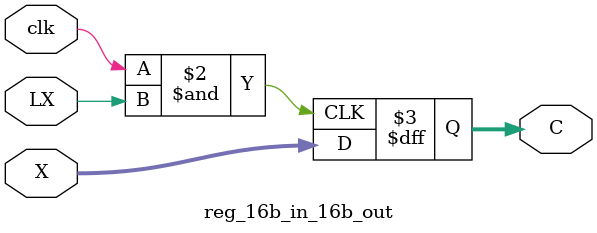
<source format=v>
module reg_8b_in_16b_out(
    
    input [7:0] X,
    input [0:0] clk, LX,
    output reg [15:0] C

);
  
    always @ (posedge clk & LX) begin
        C <= X;
        C[8] <= X[7];
        C[9] <= X[7];
        C[10] <= X[7];
        C[11] <= X[7];
        C[12] <= X[7];
        C[13] <= X[7];
        C[14] <= X[7];
        C[15] <= X[7];
    end

endmodule

module reg_16b_in_16b_out(
    input [15:0] X,
    input [0:0] clk, LX,
    output reg [15:0] C
);

    always @ (posedge clk & LX) begin
        C <= X;
    end

endmodule


</source>
